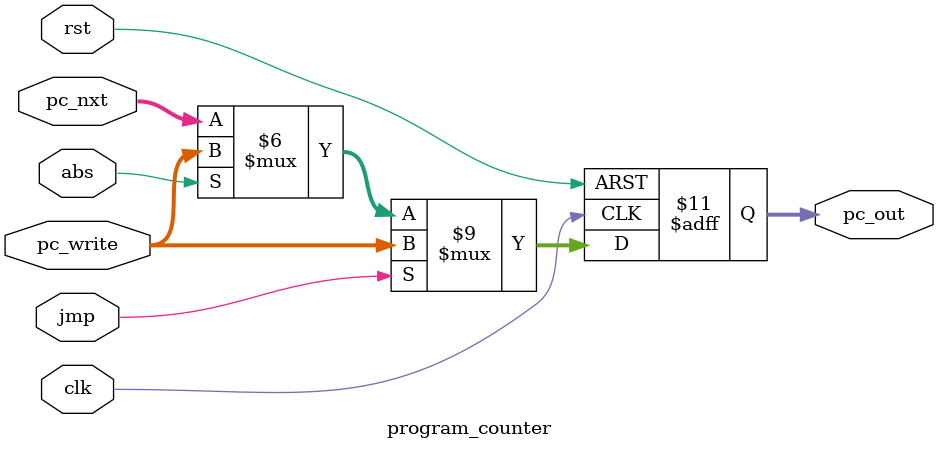
<source format=v>
`timescale 1ns / 1ns
/*
 outputs the program counter address using the input signals
 pc is incremented in an external module, pc_next is the addres incremented by 1
 pc_write is the immediate address from the current jump instruction
*/
module program_counter(
  input clk,
  input rst,
  input abs,
  input jmp,
  input [15:0] pc_nxt,
  input [15:0] pc_write,
  output reg[15:0] pc_out
);

always @(posedge clk,posedge rst) begin
  if (rst == 1)begin
    pc_out<=16'h0000;
  end else if( jmp==1)begin// jmp signal is 1 only if the branch conditions are true from the flags
  pc_out<= pc_write;
  end else if (abs==1) begin//absolute jump, jump to any address
    pc_out<=pc_write;
    end else begin//normal pc increment
      pc_out<=pc_nxt;
      end
end
endmodule

</source>
